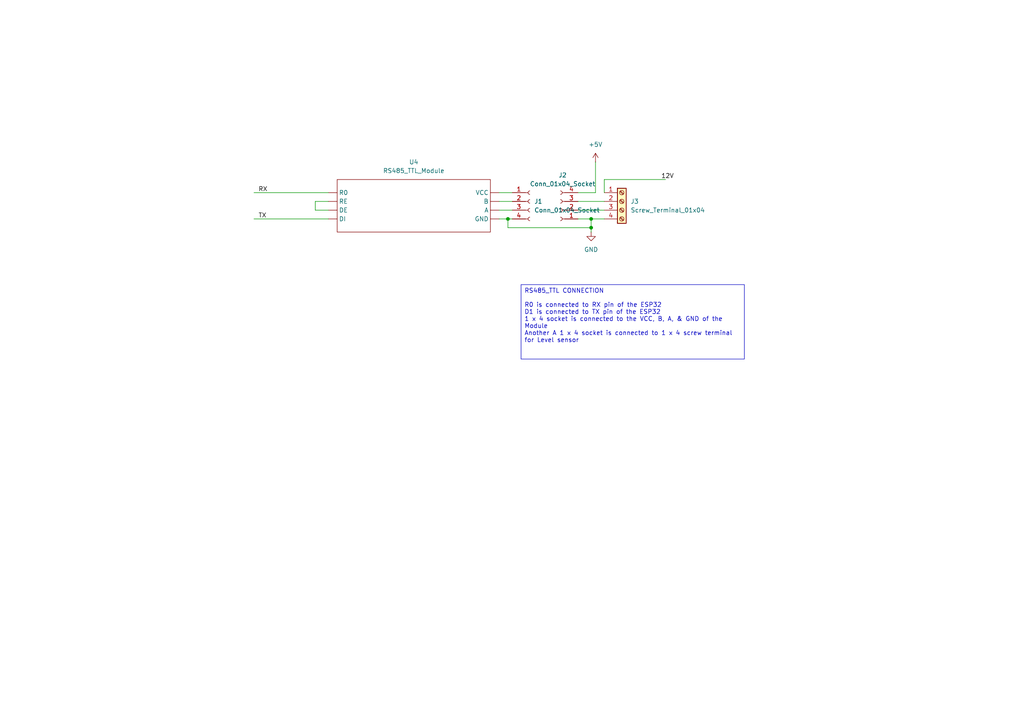
<source format=kicad_sch>
(kicad_sch (version 20250114) (generator "eeschema") (generator_version "9.0")
  (paper "A4")
  (lib_symbols
    (symbol "Connector:Conn_01x04_Socket" (pin_names (offset 1.016) (hide yes))
      (property "Reference" "J" (at 0 5.08 0))
      (property "Value" "Conn_01x04_Socket" (at 0 -7.62 0))
      (symbol "Conn_01x04_Socket_1_1"
        (polyline (pts (xy -1.27 2.54) (xy -0.508 2.54)) (stroke (width 0.1524)))
        (polyline (pts (xy -1.27 0) (xy -0.508 0)) (stroke (width 0.1524)))
        (polyline (pts (xy -1.27 -2.54) (xy -0.508 -2.54)) (stroke (width 0.1524)))
        (polyline (pts (xy -1.27 -5.08) (xy -0.508 -5.08)) (stroke (width 0.1524)))
        (arc (start 0 2.032) (mid -0.5058 2.54) (end 0 3.048) (stroke (width 0.1524)))
        (arc (start 0 -0.508) (mid -0.5058 0) (end 0 0.508) (stroke (width 0.1524)))
        (arc (start 0 -3.048) (mid -0.5058 -2.54) (end 0 -2.032) (stroke (width 0.1524)))
        (arc (start 0 -5.588) (mid -0.5058 -5.08) (end 0 -4.572) (stroke (width 0.1524)))
        (pin passive line (at -5.08 2.54 0) (length 3.81) (name "Pin_1") (number "1"))
        (pin passive line (at -5.08 0 0) (length 3.81) (name "Pin_2") (number "2"))
        (pin passive line (at -5.08 -2.54 0) (length 3.81) (name "Pin_3") (number "3"))
        (pin passive line (at -5.08 -5.08 0) (length 3.81) (name "Pin_4") (number "4"))
      )
    )
    (symbol "Connector:Screw_Terminal_01x04" (pin_names (offset 1.016) (hide yes))
      (property "Reference" "J" (at 0 5.08 0))
      (property "Value" "Screw_Terminal_01x04" (at 0 -7.62 0))
      (symbol "Screw_Terminal_01x04_1_1"
        (rectangle (start -1.27 3.81) (end 1.27 -6.35) (stroke (width 0.254)) (fill (type background)))
        (polyline (pts (xy -0.5334 2.8702) (xy 0.3302 2.032)) (stroke (width 0.1524)))
        (polyline (pts (xy -0.5334 0.3302) (xy 0.3302 -0.508)) (stroke (width 0.1524)))
        (polyline (pts (xy -0.5334 -2.2098) (xy 0.3302 -3.048)) (stroke (width 0.1524)))
        (polyline (pts (xy -0.5334 -4.7498) (xy 0.3302 -5.588)) (stroke (width 0.1524)))
        (polyline (pts (xy -0.3556 3.048) (xy 0.508 2.2098)) (stroke (width 0.1524)))
        (polyline (pts (xy -0.3556 0.508) (xy 0.508 -0.3302)) (stroke (width 0.1524)))
        (polyline (pts (xy -0.3556 -2.032) (xy 0.508 -2.8702)) (stroke (width 0.1524)))
        (polyline (pts (xy -0.3556 -4.572) (xy 0.508 -5.4102)) (stroke (width 0.1524)))
        (circle (center 0 2.54) (radius 0.635) (stroke (width 0.1524)))
        (circle (center 0 0) (radius 0.635) (stroke (width 0.1524)))
        (circle (center 0 -2.54) (radius 0.635) (stroke (width 0.1524)))
        (circle (center 0 -5.08) (radius 0.635) (stroke (width 0.1524)))
        (pin passive line (at -5.08 2.54 0) (length 3.81) (name "Pin_1") (number "1"))
        (pin passive line (at -5.08 0 0) (length 3.81) (name "Pin_2") (number "2"))
        (pin passive line (at -5.08 -2.54 0) (length 3.81) (name "Pin_3") (number "3"))
        (pin passive line (at -5.08 -5.08 0) (length 3.81) (name "Pin_4") (number "4"))
      )
    )
    (symbol "power:+5V" (power) (pin_numbers (hide yes)) (pin_names (offset 0) (hide yes))
      (property "Value" "+5V" (at 0 3.556 0))
      (symbol "+5V_0_1"
        (polyline (pts (xy -0.762 1.27) (xy 0 2.54)))
        (polyline (pts (xy 0 2.54) (xy 0.762 1.27)))
        (polyline (pts (xy 0 0) (xy 0 2.54)))
      )
      (symbol "+5V_1_1"
        (pin power_in line (at 0 0 90) (length 0) (name "~") (number "1"))
      )
    )
    (symbol "power:GND" (power) (pin_numbers (hide yes)) (pin_names (offset 0) (hide yes))
      (property "Value" "GND" (at 0 -3.81 0))
      (symbol "GND_0_1"
        (polyline (pts (xy 0 0) (xy 0 -1.27) (xy 1.27 -1.27) (xy 0 -2.54) (xy -1.27 -1.27) (xy 0 -1.27)))
      )
      (symbol "GND_1_1"
        (pin power_in line (at 0 0 270) (length 0) (name "~") (number "1"))
      )
    )
    (symbol "rs485_ttl_sym:rs485_ttl_sm"
      (property "Reference" "U" (at 0.254 -1.27 0))
      (symbol "rs485_ttl_sm_0_1"
        (rectangle (start 0 15.24) (end 44.45 0))
      )
      (symbol "rs485_ttl_sm_1_1"
        (pin bidirectional line (at -2.54 11.43 0) (length 2.54) (name "R0") (number ""))
        (pin bidirectional line (at -2.54 8.89 0) (length 2.54) (name "RE") (number ""))
        (pin bidirectional line (at -2.54 6.35 0) (length 2.54) (name "DE") (number ""))
        (pin bidirectional line (at -2.54 3.81 0) (length 2.54) (name "DI") (number ""))
        (pin power_in line (at 46.99 11.43 180) (length 2.54) (name "VCC") (number ""))
        (pin bidirectional line (at 46.99 8.89 180) (length 2.54) (name "B") (number ""))
        (pin bidirectional line (at 46.99 6.35 180) (length 2.54) (name "A") (number ""))
        (pin power_in line (at 46.99 3.81 180) (length 2.54) (name "GND") (number ""))
      )
    )
  )
  (text_box "RS485_TTL CONNECTION\n\nR0 is connected to RX pin of the ESP32\nD1 is connected to TX pin of the ESP32\n1 x 4 socket is connected to the VCC, B, A, & GND of the Module\nAnother A 1 x 4 socket is connected to 1 x 4 screw terminal for Level sensor " (at 151.13 82.55 0) (size 64.77 21.59) (margins 0.9525 0.9525 0.9525 0.9525) (effects (font (size 1.27 1.27)) (justify left top)))
  (junction (at 171.45 63.5))
  (junction (at 147.32 63.5))
  (junction (at 171.45 66.04))
  (wire (pts (xy 144.78 55.88) (xy 148.59 55.88)))
  (wire (pts (xy 175.26 52.07) (xy 193.04 52.07)))
  (wire (pts (xy 167.64 58.42) (xy 175.26 58.42)))
  (wire (pts (xy 147.32 66.04) (xy 171.45 66.04)))
  (wire (pts (xy 175.26 55.88) (xy 175.26 52.07)))
  (wire (pts (xy 167.64 60.96) (xy 175.26 60.96)))
  (wire (pts (xy 147.32 63.5) (xy 147.32 66.04)))
  (wire (pts (xy 172.72 55.88) (xy 172.72 46.99)))
  (wire (pts (xy 144.78 63.5) (xy 147.32 63.5)))
  (wire (pts (xy 147.32 63.5) (xy 148.59 63.5)))
  (wire (pts (xy 171.45 66.04) (xy 171.45 67.31)))
  (wire (pts (xy 95.25 58.42) (xy 91.44 58.42)))
  (wire (pts (xy 73.66 55.88) (xy 95.25 55.88)))
  (wire (pts (xy 171.45 63.5) (xy 171.45 66.04)))
  (wire (pts (xy 91.44 58.42) (xy 91.44 60.96)))
  (wire (pts (xy 167.64 63.5) (xy 171.45 63.5)))
  (wire (pts (xy 144.78 58.42) (xy 148.59 58.42)))
  (wire (pts (xy 91.44 60.96) (xy 95.25 60.96)))
  (wire (pts (xy 167.64 55.88) (xy 172.72 55.88)))
  (wire (pts (xy 73.66 63.5) (xy 95.25 63.5)))
  (wire (pts (xy 171.45 63.5) (xy 175.26 63.5)))
  (wire (pts (xy 144.78 60.96) (xy 148.59 60.96)))
  (label "12V" (at 191.77 52.07 0))
  (label "TX" (at 74.93 63.5 0))
  (label "RX" (at 74.93 55.88 0))
  (symbol (lib_id "power:+5V") (at 172.72 46.99 0) (unit 1)
    (property "Reference" "#PWR05" (effects (hide yes)))
    (property "Value" "+5V" (at 172.72 41.91 0))
    (property "Description" "Power symbol creates a global label with name \"+5V\"" (effects (hide yes)))
  )
  (symbol (lib_id "power:GND") (at 171.45 67.31 0) (unit 1)
    (property "Reference" "#PWR04" (effects (hide yes)))
    (property "Value" "GND" (at 171.45 72.39 0))
    (property "Description" "Power symbol creates a global label with name \"GND\" , ground" (effects (hide yes)))
  )
  (symbol (lib_id "Connector:Conn_01x04_Socket") (at 162.56 60.96 180) (unit 1)
    (property "Reference" "J2" (at 163.195 50.8 0))
    (property "Value" "Conn_01x04_Socket" (at 163.195 53.34 0))
    (property "Description" "Generic connector, single row, 01x04, script generated" (effects (hide yes)))
  )
  (symbol (lib_id "Connector:Screw_Terminal_01x04") (at 180.34 58.42 0) (unit 1)
    (property "Reference" "J3" (at 182.88 58.4199 0) (effects (justify left)))
    (property "Value" "Screw_Terminal_01x04" (at 182.88 60.9599 0) (effects (justify left)))
    (property "Description" "Generic screw terminal, single row, 01x04, script generated (kicad-library-utils/schlib/autogen/connector/)" (effects (hide yes)))
  )
  (symbol (lib_id "Connector:Conn_01x04_Socket") (at 153.67 58.42 0) (unit 1)
    (property "Reference" "J1" (at 154.94 58.4199 0) (effects (justify left)))
    (property "Value" "Conn_01x04_Socket" (at 154.94 60.9599 0) (effects (justify left)))
    (property "Description" "Generic connector, single row, 01x04, script generated" (effects (hide yes)))
  )
  (symbol (lib_id "rs485_ttl_sym:rs485_ttl_sm") (at 97.79 67.31 0) (unit 1)
    (property "Reference" "U4" (at 120.015 46.99 0))
    (property "Value" "RS485_TTL_Module" (at 120.015 49.53 0))
  )
)
</source>
